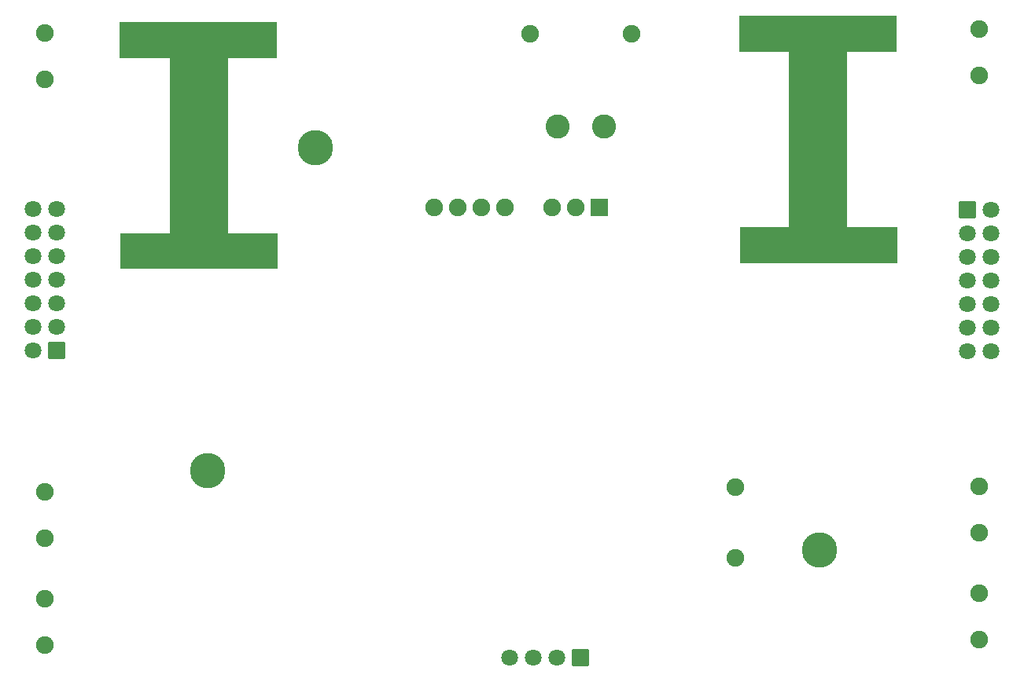
<source format=gbs>
G04 Layer: BottomSolderMaskLayer*
G04 EasyEDA Pro v2.1.57.773a98f1.225d47, 2025-02-25 21:56:38*
G04 Gerber Generator version 0.3*
G04 Scale: 100 percent, Rotated: No, Reflected: No*
G04 Dimensions in millimeters*
G04 Leading zeros omitted, absolute positions, 3 integers and 5 decimals*
%FSLAX35Y35*%
%MOMM*%
%AMRoundRect*1,1,$1,$2,$3*1,1,$1,$4,$5*1,1,$1,0-$2,0-$3*1,1,$1,0-$4,0-$5*20,1,$1,$2,$3,$4,$5,0*20,1,$1,$4,$5,0-$2,0-$3,0*20,1,$1,0-$2,0-$3,0-$4,0-$5,0*20,1,$1,0-$4,0-$5,$2,$3,0*4,1,4,$2,$3,$4,$5,0-$2,0-$3,0-$4,0-$5,$2,$3,0*%
%ADD10C,3.802*%
%ADD11RoundRect,0.09618X0.85271X-0.85271X-0.85271X-0.85271*%
%ADD12C,1.8016*%
%ADD13RoundRect,0.09502X0.9025X-0.9025X-0.9025X-0.9025*%
%ADD14C,1.90002*%
%ADD15C,1.9016*%
%ADD16C,2.6016*%
%ADD17RoundRect,0.09618X-0.85271X-0.85271X-0.85271X0.85271*%
%ADD18RoundRect,0.09618X0.85271X0.85271X0.85271X-0.85271*%
%ADD19C,1.902*%
G75*


G04 Rect Start*
G36*
G01X12471943Y5479003D02*
G01X12471943Y5281643D01*
G01X13098003D01*
G01Y5479003D01*
G01X12471943D01*
G37*
G36*
G01X11938461Y5827670D02*
G01X11938461Y5440310D01*
G01X13631527D01*
G01Y5827670D01*
G01X11938461D01*
G37*
G36*
G01X12471943Y5282413D02*
G01X12471943Y3709753D01*
G01X13098063D01*
G01Y5282413D01*
G01X12471943D01*
G37*
G36*
G01X13098058Y3512392D02*
G01X13098058Y3709752D01*
G01X12471998D01*
G01Y3512392D01*
G01X13098058D01*
G37*
G36*
G01X13641540Y3163725D02*
G01X13641540Y3551085D01*
G01X11948474D01*
G01Y3163725D01*
G01X13641540D01*
G37*
G36*
G01X6439056Y3645588D02*
G01X6439056Y5218248D01*
G01X5812936D01*
G01Y3645588D01*
G01X6439056D01*
G37*
G36*
G01X6972538Y3100331D02*
G01X6972538Y3487691D01*
G01X5279472D01*
G01Y3100331D01*
G01X6972538D01*
G37*
G36*
G01X5812941Y5415609D02*
G01X5812941Y5218249D01*
G01X6439001D01*
G01Y5415609D01*
G01X5812941D01*
G37*
G36*
G01X6439056Y3448997D02*
G01X6439056Y3646357D01*
G01X5812996D01*
G01Y3448997D01*
G01X6439056D01*
G37*
G36*
G01X5269459Y5764275D02*
G01X5269459Y5376916D01*
G01X6962525D01*
G01Y5764275D01*
G01X5269459D01*
G37*
G04 Rect End*

G04 Pad Start*
G54D10*
G01X7375985Y4407991D03*
G01X6216988Y931998D03*
G01X12804974Y76000D03*
G54D11*
G01X10231005Y-1084000D03*
G54D12*
G01X9977005Y-1084000D03*
G01X9723005Y-1084000D03*
G01X9469005Y-1084000D03*
G54D13*
G01X10428981Y3766992D03*
G54D14*
G01X10174981Y3766992D03*
G01X9920981Y3766992D03*
G01X9412981Y3766992D03*
G01X9158981Y3766992D03*
G01X8904981Y3766992D03*
G01X8650981Y3766992D03*
G54D15*
G01X14521988Y5189990D03*
G01X14521988Y5689989D03*
G01X4460999Y5642989D03*
G01X4460999Y5142990D03*
G54D16*
G01X10483979Y4636991D03*
G01X9983980Y4636991D03*
G54D15*
G01X9683981Y5636989D03*
G01X10783978Y5636989D03*
G54D17*
G01X4588000Y2224000D03*
G54D12*
G01X4334000Y2224000D03*
G01X4588000Y2478000D03*
G01X4334000Y2478000D03*
G01X4588000Y2732000D03*
G01X4334000Y2732000D03*
G01X4588000Y2986000D03*
G01X4334000Y2986000D03*
G01X4588000Y3240000D03*
G01X4334000Y3240000D03*
G01X4588000Y3494000D03*
G01X4334000Y3494000D03*
G01X4588000Y3748000D03*
G01X4334000Y3748000D03*
G54D18*
G01X14396971Y3738994D03*
G54D12*
G01X14650971Y3738994D03*
G01X14396971Y3484994D03*
G01X14650971Y3484994D03*
G01X14396971Y3230994D03*
G01X14650971Y3230994D03*
G01X14396971Y2976994D03*
G01X14650971Y2976994D03*
G01X14396971Y2722994D03*
G01X14650971Y2722994D03*
G01X14396971Y2468994D03*
G01X14650971Y2468994D03*
G01X14396971Y2214994D03*
G01X14650971Y2214994D03*
G54D15*
G01X4459991Y700118D03*
G01X4459991Y200119D03*
G01X14522971Y260000D03*
G01X14522971Y759999D03*
G01X11899976Y747996D03*
G01X11899976Y-11997D03*
G54D19*
G01X4460000Y-451880D03*
G01X4460000Y-951879D03*
G01X14521971Y-891998D03*
G01X14521971Y-391999D03*
G04 Pad End*

M02*

</source>
